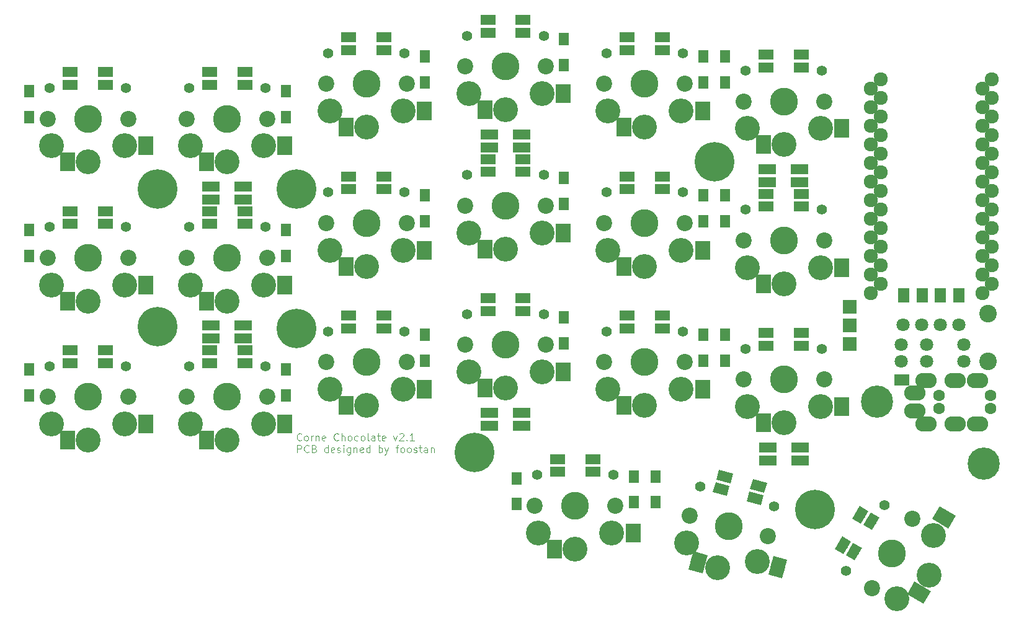
<source format=gbr>
G04 #@! TF.GenerationSoftware,KiCad,Pcbnew,(5.1.4)-1*
G04 #@! TF.CreationDate,2023-05-04T11:41:47-04:00*
G04 #@! TF.ProjectId,corne-chocolate,636f726e-652d-4636-986f-636f6c617465,2.1*
G04 #@! TF.SameCoordinates,Original*
G04 #@! TF.FileFunction,Soldermask,Top*
G04 #@! TF.FilePolarity,Negative*
%FSLAX46Y46*%
G04 Gerber Fmt 4.6, Leading zero omitted, Abs format (unit mm)*
G04 Created by KiCad (PCBNEW (5.1.4)-1) date 2023-05-04 11:41:47*
%MOMM*%
%LPD*%
G04 APERTURE LIST*
%ADD10C,0.125000*%
%ADD11C,2.200000*%
%ADD12C,3.800000*%
%ADD13C,3.400000*%
%ADD14C,2.000000*%
%ADD15C,0.100000*%
%ADD16C,1.400000*%
%ADD17R,2.000000X2.600000*%
%ADD18C,1.600000*%
%ADD19O,2.900000X2.100000*%
%ADD20R,2.400000X1.400000*%
%ADD21R,2.000000X1.400000*%
%ADD22C,1.924000*%
%ADD23R,1.350000X1.700000*%
%ADD24C,1.797000*%
%ADD25R,1.543000X1.035000*%
%ADD26R,1.924000X1.924000*%
%ADD27C,5.400000*%
%ADD28C,4.400000*%
%ADD29C,2.400000*%
%ADD30R,0.800000X0.800000*%
%ADD31R,1.000000X1.543000*%
G04 APERTURE END LIST*
D10*
X99140773Y-120994642D02*
X99093154Y-121042261D01*
X98950297Y-121089880D01*
X98855059Y-121089880D01*
X98712202Y-121042261D01*
X98616964Y-120947023D01*
X98569345Y-120851785D01*
X98521726Y-120661309D01*
X98521726Y-120518452D01*
X98569345Y-120327976D01*
X98616964Y-120232738D01*
X98712202Y-120137500D01*
X98855059Y-120089880D01*
X98950297Y-120089880D01*
X99093154Y-120137500D01*
X99140773Y-120185119D01*
X99712202Y-121089880D02*
X99616964Y-121042261D01*
X99569345Y-120994642D01*
X99521726Y-120899404D01*
X99521726Y-120613690D01*
X99569345Y-120518452D01*
X99616964Y-120470833D01*
X99712202Y-120423214D01*
X99855059Y-120423214D01*
X99950297Y-120470833D01*
X99997916Y-120518452D01*
X100045535Y-120613690D01*
X100045535Y-120899404D01*
X99997916Y-120994642D01*
X99950297Y-121042261D01*
X99855059Y-121089880D01*
X99712202Y-121089880D01*
X100474107Y-121089880D02*
X100474107Y-120423214D01*
X100474107Y-120613690D02*
X100521726Y-120518452D01*
X100569345Y-120470833D01*
X100664583Y-120423214D01*
X100759821Y-120423214D01*
X101093154Y-120423214D02*
X101093154Y-121089880D01*
X101093154Y-120518452D02*
X101140773Y-120470833D01*
X101236011Y-120423214D01*
X101378869Y-120423214D01*
X101474107Y-120470833D01*
X101521726Y-120566071D01*
X101521726Y-121089880D01*
X102378869Y-121042261D02*
X102283630Y-121089880D01*
X102093154Y-121089880D01*
X101997916Y-121042261D01*
X101950297Y-120947023D01*
X101950297Y-120566071D01*
X101997916Y-120470833D01*
X102093154Y-120423214D01*
X102283630Y-120423214D01*
X102378869Y-120470833D01*
X102426488Y-120566071D01*
X102426488Y-120661309D01*
X101950297Y-120756547D01*
X104188392Y-120994642D02*
X104140773Y-121042261D01*
X103997916Y-121089880D01*
X103902678Y-121089880D01*
X103759821Y-121042261D01*
X103664583Y-120947023D01*
X103616964Y-120851785D01*
X103569345Y-120661309D01*
X103569345Y-120518452D01*
X103616964Y-120327976D01*
X103664583Y-120232738D01*
X103759821Y-120137500D01*
X103902678Y-120089880D01*
X103997916Y-120089880D01*
X104140773Y-120137500D01*
X104188392Y-120185119D01*
X104616964Y-121089880D02*
X104616964Y-120089880D01*
X105045535Y-121089880D02*
X105045535Y-120566071D01*
X104997916Y-120470833D01*
X104902678Y-120423214D01*
X104759821Y-120423214D01*
X104664583Y-120470833D01*
X104616964Y-120518452D01*
X105664583Y-121089880D02*
X105569345Y-121042261D01*
X105521726Y-120994642D01*
X105474107Y-120899404D01*
X105474107Y-120613690D01*
X105521726Y-120518452D01*
X105569345Y-120470833D01*
X105664583Y-120423214D01*
X105807440Y-120423214D01*
X105902678Y-120470833D01*
X105950297Y-120518452D01*
X105997916Y-120613690D01*
X105997916Y-120899404D01*
X105950297Y-120994642D01*
X105902678Y-121042261D01*
X105807440Y-121089880D01*
X105664583Y-121089880D01*
X106855059Y-121042261D02*
X106759821Y-121089880D01*
X106569345Y-121089880D01*
X106474107Y-121042261D01*
X106426488Y-120994642D01*
X106378869Y-120899404D01*
X106378869Y-120613690D01*
X106426488Y-120518452D01*
X106474107Y-120470833D01*
X106569345Y-120423214D01*
X106759821Y-120423214D01*
X106855059Y-120470833D01*
X107426488Y-121089880D02*
X107331250Y-121042261D01*
X107283630Y-120994642D01*
X107236011Y-120899404D01*
X107236011Y-120613690D01*
X107283630Y-120518452D01*
X107331250Y-120470833D01*
X107426488Y-120423214D01*
X107569345Y-120423214D01*
X107664583Y-120470833D01*
X107712202Y-120518452D01*
X107759821Y-120613690D01*
X107759821Y-120899404D01*
X107712202Y-120994642D01*
X107664583Y-121042261D01*
X107569345Y-121089880D01*
X107426488Y-121089880D01*
X108331250Y-121089880D02*
X108236011Y-121042261D01*
X108188392Y-120947023D01*
X108188392Y-120089880D01*
X109140773Y-121089880D02*
X109140773Y-120566071D01*
X109093154Y-120470833D01*
X108997916Y-120423214D01*
X108807440Y-120423214D01*
X108712202Y-120470833D01*
X109140773Y-121042261D02*
X109045535Y-121089880D01*
X108807440Y-121089880D01*
X108712202Y-121042261D01*
X108664583Y-120947023D01*
X108664583Y-120851785D01*
X108712202Y-120756547D01*
X108807440Y-120708928D01*
X109045535Y-120708928D01*
X109140773Y-120661309D01*
X109474107Y-120423214D02*
X109855059Y-120423214D01*
X109616964Y-120089880D02*
X109616964Y-120947023D01*
X109664583Y-121042261D01*
X109759821Y-121089880D01*
X109855059Y-121089880D01*
X110569345Y-121042261D02*
X110474107Y-121089880D01*
X110283630Y-121089880D01*
X110188392Y-121042261D01*
X110140773Y-120947023D01*
X110140773Y-120566071D01*
X110188392Y-120470833D01*
X110283630Y-120423214D01*
X110474107Y-120423214D01*
X110569345Y-120470833D01*
X110616964Y-120566071D01*
X110616964Y-120661309D01*
X110140773Y-120756547D01*
X111712202Y-120423214D02*
X111950297Y-121089880D01*
X112188392Y-120423214D01*
X112521726Y-120185119D02*
X112569345Y-120137500D01*
X112664583Y-120089880D01*
X112902678Y-120089880D01*
X112997916Y-120137500D01*
X113045535Y-120185119D01*
X113093154Y-120280357D01*
X113093154Y-120375595D01*
X113045535Y-120518452D01*
X112474107Y-121089880D01*
X113093154Y-121089880D01*
X113521726Y-120994642D02*
X113569345Y-121042261D01*
X113521726Y-121089880D01*
X113474107Y-121042261D01*
X113521726Y-120994642D01*
X113521726Y-121089880D01*
X114521726Y-121089880D02*
X113950297Y-121089880D01*
X114236011Y-121089880D02*
X114236011Y-120089880D01*
X114140773Y-120232738D01*
X114045535Y-120327976D01*
X113950297Y-120375595D01*
X98569345Y-122714880D02*
X98569345Y-121714880D01*
X98950297Y-121714880D01*
X99045535Y-121762500D01*
X99093154Y-121810119D01*
X99140773Y-121905357D01*
X99140773Y-122048214D01*
X99093154Y-122143452D01*
X99045535Y-122191071D01*
X98950297Y-122238690D01*
X98569345Y-122238690D01*
X100140773Y-122619642D02*
X100093154Y-122667261D01*
X99950297Y-122714880D01*
X99855059Y-122714880D01*
X99712202Y-122667261D01*
X99616964Y-122572023D01*
X99569345Y-122476785D01*
X99521726Y-122286309D01*
X99521726Y-122143452D01*
X99569345Y-121952976D01*
X99616964Y-121857738D01*
X99712202Y-121762500D01*
X99855059Y-121714880D01*
X99950297Y-121714880D01*
X100093154Y-121762500D01*
X100140773Y-121810119D01*
X100902678Y-122191071D02*
X101045535Y-122238690D01*
X101093154Y-122286309D01*
X101140773Y-122381547D01*
X101140773Y-122524404D01*
X101093154Y-122619642D01*
X101045535Y-122667261D01*
X100950297Y-122714880D01*
X100569345Y-122714880D01*
X100569345Y-121714880D01*
X100902678Y-121714880D01*
X100997916Y-121762500D01*
X101045535Y-121810119D01*
X101093154Y-121905357D01*
X101093154Y-122000595D01*
X101045535Y-122095833D01*
X100997916Y-122143452D01*
X100902678Y-122191071D01*
X100569345Y-122191071D01*
X102759821Y-122714880D02*
X102759821Y-121714880D01*
X102759821Y-122667261D02*
X102664583Y-122714880D01*
X102474107Y-122714880D01*
X102378869Y-122667261D01*
X102331250Y-122619642D01*
X102283630Y-122524404D01*
X102283630Y-122238690D01*
X102331250Y-122143452D01*
X102378869Y-122095833D01*
X102474107Y-122048214D01*
X102664583Y-122048214D01*
X102759821Y-122095833D01*
X103616964Y-122667261D02*
X103521726Y-122714880D01*
X103331250Y-122714880D01*
X103236011Y-122667261D01*
X103188392Y-122572023D01*
X103188392Y-122191071D01*
X103236011Y-122095833D01*
X103331250Y-122048214D01*
X103521726Y-122048214D01*
X103616964Y-122095833D01*
X103664583Y-122191071D01*
X103664583Y-122286309D01*
X103188392Y-122381547D01*
X104045535Y-122667261D02*
X104140773Y-122714880D01*
X104331250Y-122714880D01*
X104426488Y-122667261D01*
X104474107Y-122572023D01*
X104474107Y-122524404D01*
X104426488Y-122429166D01*
X104331250Y-122381547D01*
X104188392Y-122381547D01*
X104093154Y-122333928D01*
X104045535Y-122238690D01*
X104045535Y-122191071D01*
X104093154Y-122095833D01*
X104188392Y-122048214D01*
X104331250Y-122048214D01*
X104426488Y-122095833D01*
X104902678Y-122714880D02*
X104902678Y-122048214D01*
X104902678Y-121714880D02*
X104855059Y-121762500D01*
X104902678Y-121810119D01*
X104950297Y-121762500D01*
X104902678Y-121714880D01*
X104902678Y-121810119D01*
X105807440Y-122048214D02*
X105807440Y-122857738D01*
X105759821Y-122952976D01*
X105712202Y-123000595D01*
X105616964Y-123048214D01*
X105474107Y-123048214D01*
X105378869Y-123000595D01*
X105807440Y-122667261D02*
X105712202Y-122714880D01*
X105521726Y-122714880D01*
X105426488Y-122667261D01*
X105378869Y-122619642D01*
X105331250Y-122524404D01*
X105331250Y-122238690D01*
X105378869Y-122143452D01*
X105426488Y-122095833D01*
X105521726Y-122048214D01*
X105712202Y-122048214D01*
X105807440Y-122095833D01*
X106283630Y-122048214D02*
X106283630Y-122714880D01*
X106283630Y-122143452D02*
X106331250Y-122095833D01*
X106426488Y-122048214D01*
X106569345Y-122048214D01*
X106664583Y-122095833D01*
X106712202Y-122191071D01*
X106712202Y-122714880D01*
X107569345Y-122667261D02*
X107474107Y-122714880D01*
X107283630Y-122714880D01*
X107188392Y-122667261D01*
X107140773Y-122572023D01*
X107140773Y-122191071D01*
X107188392Y-122095833D01*
X107283630Y-122048214D01*
X107474107Y-122048214D01*
X107569345Y-122095833D01*
X107616964Y-122191071D01*
X107616964Y-122286309D01*
X107140773Y-122381547D01*
X108474107Y-122714880D02*
X108474107Y-121714880D01*
X108474107Y-122667261D02*
X108378869Y-122714880D01*
X108188392Y-122714880D01*
X108093154Y-122667261D01*
X108045535Y-122619642D01*
X107997916Y-122524404D01*
X107997916Y-122238690D01*
X108045535Y-122143452D01*
X108093154Y-122095833D01*
X108188392Y-122048214D01*
X108378869Y-122048214D01*
X108474107Y-122095833D01*
X109712202Y-122714880D02*
X109712202Y-121714880D01*
X109712202Y-122095833D02*
X109807440Y-122048214D01*
X109997916Y-122048214D01*
X110093154Y-122095833D01*
X110140773Y-122143452D01*
X110188392Y-122238690D01*
X110188392Y-122524404D01*
X110140773Y-122619642D01*
X110093154Y-122667261D01*
X109997916Y-122714880D01*
X109807440Y-122714880D01*
X109712202Y-122667261D01*
X110521726Y-122048214D02*
X110759821Y-122714880D01*
X110997916Y-122048214D02*
X110759821Y-122714880D01*
X110664583Y-122952976D01*
X110616964Y-123000595D01*
X110521726Y-123048214D01*
X111997916Y-122048214D02*
X112378869Y-122048214D01*
X112140773Y-122714880D02*
X112140773Y-121857738D01*
X112188392Y-121762500D01*
X112283630Y-121714880D01*
X112378869Y-121714880D01*
X112855059Y-122714880D02*
X112759821Y-122667261D01*
X112712202Y-122619642D01*
X112664583Y-122524404D01*
X112664583Y-122238690D01*
X112712202Y-122143452D01*
X112759821Y-122095833D01*
X112855059Y-122048214D01*
X112997916Y-122048214D01*
X113093154Y-122095833D01*
X113140773Y-122143452D01*
X113188392Y-122238690D01*
X113188392Y-122524404D01*
X113140773Y-122619642D01*
X113093154Y-122667261D01*
X112997916Y-122714880D01*
X112855059Y-122714880D01*
X113759821Y-122714880D02*
X113664583Y-122667261D01*
X113616964Y-122619642D01*
X113569345Y-122524404D01*
X113569345Y-122238690D01*
X113616964Y-122143452D01*
X113664583Y-122095833D01*
X113759821Y-122048214D01*
X113902678Y-122048214D01*
X113997916Y-122095833D01*
X114045535Y-122143452D01*
X114093154Y-122238690D01*
X114093154Y-122524404D01*
X114045535Y-122619642D01*
X113997916Y-122667261D01*
X113902678Y-122714880D01*
X113759821Y-122714880D01*
X114474107Y-122667261D02*
X114569345Y-122714880D01*
X114759821Y-122714880D01*
X114855059Y-122667261D01*
X114902678Y-122572023D01*
X114902678Y-122524404D01*
X114855059Y-122429166D01*
X114759821Y-122381547D01*
X114616964Y-122381547D01*
X114521726Y-122333928D01*
X114474107Y-122238690D01*
X114474107Y-122191071D01*
X114521726Y-122095833D01*
X114616964Y-122048214D01*
X114759821Y-122048214D01*
X114855059Y-122095833D01*
X115188392Y-122048214D02*
X115569345Y-122048214D01*
X115331250Y-121714880D02*
X115331250Y-122572023D01*
X115378869Y-122667261D01*
X115474107Y-122714880D01*
X115569345Y-122714880D01*
X116331250Y-122714880D02*
X116331250Y-122191071D01*
X116283630Y-122095833D01*
X116188392Y-122048214D01*
X115997916Y-122048214D01*
X115902678Y-122095833D01*
X116331250Y-122667261D02*
X116236011Y-122714880D01*
X115997916Y-122714880D01*
X115902678Y-122667261D01*
X115855059Y-122572023D01*
X115855059Y-122476785D01*
X115902678Y-122381547D01*
X115997916Y-122333928D01*
X116236011Y-122333928D01*
X116331250Y-122286309D01*
X116807440Y-122048214D02*
X116807440Y-122714880D01*
X116807440Y-122143452D02*
X116855059Y-122095833D01*
X116950297Y-122048214D01*
X117093154Y-122048214D01*
X117188392Y-122095833D01*
X117236011Y-122191071D01*
X117236011Y-122714880D01*
D11*
X182500000Y-131736860D03*
X177000000Y-141263140D03*
D12*
X179750000Y-136500000D03*
D13*
X184859550Y-139450000D03*
X180454294Y-142680127D03*
D14*
X186854294Y-131595002D03*
D15*
G36*
X186228461Y-130078977D02*
G01*
X188480127Y-131378977D01*
X187480127Y-133111027D01*
X185228461Y-131811027D01*
X186228461Y-130078977D01*
X186228461Y-130078977D01*
G37*
D14*
X183459550Y-141874871D03*
D15*
G36*
X182833717Y-140358846D02*
G01*
X185085383Y-141658846D01*
X184085383Y-143390896D01*
X181833717Y-142090896D01*
X182833717Y-140358846D01*
X182833717Y-140358846D01*
G37*
D13*
X185454294Y-134019873D03*
D16*
X173502693Y-138920653D03*
X178722693Y-129879347D03*
D11*
X75500000Y-77125000D03*
X64500000Y-77125000D03*
D12*
X70000000Y-77125000D03*
D13*
X70000000Y-83025000D03*
X65000000Y-80825000D03*
D17*
X77900000Y-80825000D03*
X67200000Y-83025000D03*
D13*
X75000000Y-80825000D03*
D16*
X64780000Y-72925000D03*
X75220000Y-72925000D03*
D11*
X162812592Y-134173505D03*
X152187408Y-131326495D03*
D12*
X157500000Y-132750000D03*
D13*
X155972968Y-138448962D03*
X151712740Y-135029830D03*
D14*
X164173184Y-138368596D03*
D15*
G36*
X165475575Y-137371711D02*
G01*
X164802645Y-139883119D01*
X162870793Y-139365481D01*
X163543723Y-136854073D01*
X165475575Y-137371711D01*
X165475575Y-137371711D01*
G37*
D14*
X153268375Y-137724269D03*
D15*
G36*
X154570766Y-136727384D02*
G01*
X153897836Y-139238792D01*
X151965984Y-138721154D01*
X152638914Y-136209746D01*
X154570766Y-136727384D01*
X154570766Y-136727384D01*
G37*
D13*
X161371999Y-137618021D03*
D16*
X153544907Y-127342076D03*
X163629173Y-130044147D03*
D11*
X151500000Y-91375000D03*
X140500000Y-91375000D03*
D12*
X146000000Y-91375000D03*
D13*
X146000000Y-97275000D03*
X141000000Y-95075000D03*
D17*
X153900000Y-95075000D03*
X143200000Y-97275000D03*
D13*
X151000000Y-95075000D03*
D16*
X140780000Y-87175000D03*
X151220000Y-87175000D03*
D11*
X170500000Y-112750000D03*
X159500000Y-112750000D03*
D12*
X165000000Y-112750000D03*
D13*
X165000000Y-118650000D03*
X160000000Y-116450000D03*
D17*
X172900000Y-116450000D03*
X162200000Y-118650000D03*
D13*
X170000000Y-116450000D03*
D16*
X159780000Y-108550000D03*
X170220000Y-108550000D03*
D11*
X170500000Y-93750000D03*
X159500000Y-93750000D03*
D12*
X165000000Y-93750000D03*
D13*
X165000000Y-99650000D03*
X160000000Y-97450000D03*
D17*
X172900000Y-97450000D03*
X162200000Y-99650000D03*
D13*
X170000000Y-97450000D03*
D16*
X159780000Y-89550000D03*
X170220000Y-89550000D03*
D11*
X170500000Y-74750000D03*
X159500000Y-74750000D03*
D12*
X165000000Y-74750000D03*
D13*
X165000000Y-80650000D03*
X160000000Y-78450000D03*
D17*
X172900000Y-78450000D03*
X162200000Y-80650000D03*
D13*
X170000000Y-78450000D03*
D16*
X159780000Y-70550000D03*
X170220000Y-70550000D03*
D11*
X151500000Y-72375000D03*
X140500000Y-72375000D03*
D12*
X146000000Y-72375000D03*
D13*
X146000000Y-78275000D03*
X141000000Y-76075000D03*
D17*
X153900000Y-76075000D03*
X143200000Y-78275000D03*
D13*
X151000000Y-76075000D03*
D16*
X140780000Y-68175000D03*
X151220000Y-68175000D03*
D11*
X113500000Y-110375000D03*
X102500000Y-110375000D03*
D12*
X108000000Y-110375000D03*
D13*
X108000000Y-116275000D03*
X103000000Y-114075000D03*
D17*
X115900000Y-114075000D03*
X105200000Y-116275000D03*
D13*
X113000000Y-114075000D03*
D16*
X102780000Y-106175000D03*
X113220000Y-106175000D03*
D11*
X132500000Y-89000000D03*
X121500000Y-89000000D03*
D12*
X127000000Y-89000000D03*
D13*
X127000000Y-94900000D03*
X122000000Y-92700000D03*
D17*
X134900000Y-92700000D03*
X124200000Y-94900000D03*
D13*
X132000000Y-92700000D03*
D16*
X121780000Y-84800000D03*
X132220000Y-84800000D03*
D11*
X113500000Y-72375000D03*
X102500000Y-72375000D03*
D12*
X108000000Y-72375000D03*
D13*
X108000000Y-78275000D03*
X103000000Y-76075000D03*
D17*
X115900000Y-76075000D03*
X105200000Y-78275000D03*
D13*
X113000000Y-76075000D03*
D16*
X102780000Y-68175000D03*
X113220000Y-68175000D03*
D11*
X94500000Y-115125000D03*
X83500000Y-115125000D03*
D12*
X89000000Y-115125000D03*
D13*
X89000000Y-121025000D03*
X84000000Y-118825000D03*
D17*
X96900000Y-118825000D03*
X86200000Y-121025000D03*
D13*
X94000000Y-118825000D03*
D16*
X83780000Y-110925000D03*
X94220000Y-110925000D03*
D11*
X94500000Y-77125000D03*
X83500000Y-77125000D03*
D12*
X89000000Y-77125000D03*
D13*
X89000000Y-83025000D03*
X84000000Y-80825000D03*
D17*
X96900000Y-80825000D03*
X86200000Y-83025000D03*
D13*
X94000000Y-80825000D03*
D16*
X83780000Y-72925000D03*
X94220000Y-72925000D03*
D11*
X151500000Y-110375000D03*
X140500000Y-110375000D03*
D12*
X146000000Y-110375000D03*
D13*
X146000000Y-116275000D03*
X141000000Y-114075000D03*
D17*
X153900000Y-114075000D03*
X143200000Y-116275000D03*
D13*
X151000000Y-114075000D03*
D16*
X140780000Y-106175000D03*
X151220000Y-106175000D03*
D11*
X132500000Y-70000000D03*
X121500000Y-70000000D03*
D12*
X127000000Y-70000000D03*
D13*
X127000000Y-75900000D03*
X122000000Y-73700000D03*
D17*
X134900000Y-73700000D03*
X124200000Y-75900000D03*
D13*
X132000000Y-73700000D03*
D16*
X121780000Y-65800000D03*
X132220000Y-65800000D03*
D11*
X132500000Y-108000000D03*
X121500000Y-108000000D03*
D12*
X127000000Y-108000000D03*
D13*
X127000000Y-113900000D03*
X122000000Y-111700000D03*
D17*
X134900000Y-111700000D03*
X124200000Y-113900000D03*
D13*
X132000000Y-111700000D03*
D16*
X121780000Y-103800000D03*
X132220000Y-103800000D03*
D11*
X142000000Y-130000000D03*
X131000000Y-130000000D03*
D12*
X136500000Y-130000000D03*
D13*
X136500000Y-135900000D03*
X131500000Y-133700000D03*
D17*
X144400000Y-133700000D03*
X133700000Y-135900000D03*
D13*
X141500000Y-133700000D03*
D16*
X131280000Y-125800000D03*
X141720000Y-125800000D03*
D11*
X75500000Y-115125000D03*
X64500000Y-115125000D03*
D12*
X70000000Y-115125000D03*
D13*
X70000000Y-121025000D03*
X65000000Y-118825000D03*
D17*
X77900000Y-118825000D03*
X67200000Y-121025000D03*
D13*
X75000000Y-118825000D03*
D16*
X64780000Y-110925000D03*
X75220000Y-110925000D03*
D11*
X113500000Y-91375000D03*
X102500000Y-91375000D03*
D12*
X108000000Y-91375000D03*
D13*
X108000000Y-97275000D03*
X103000000Y-95075000D03*
D17*
X115900000Y-95075000D03*
X105200000Y-97275000D03*
D13*
X113000000Y-95075000D03*
D16*
X102780000Y-87175000D03*
X113220000Y-87175000D03*
D11*
X94500000Y-96125000D03*
X83500000Y-96125000D03*
D12*
X89000000Y-96125000D03*
D13*
X89000000Y-102025000D03*
X84000000Y-99825000D03*
D17*
X96900000Y-99825000D03*
X86200000Y-102025000D03*
D13*
X94000000Y-99825000D03*
D16*
X83780000Y-91925000D03*
X94220000Y-91925000D03*
D11*
X75500000Y-96125000D03*
X64500000Y-96125000D03*
D12*
X70000000Y-96125000D03*
D13*
X70000000Y-102025000D03*
X65000000Y-99825000D03*
D17*
X77900000Y-99825000D03*
X67200000Y-102025000D03*
D13*
X75000000Y-99825000D03*
D16*
X64780000Y-91925000D03*
X75220000Y-91925000D03*
D18*
X186200000Y-114950000D03*
X193200000Y-114950000D03*
D19*
X184400000Y-112850000D03*
X182900000Y-117050000D03*
X191400000Y-112850000D03*
X188400000Y-112850000D03*
D18*
X193200000Y-116700000D03*
X186200000Y-116700000D03*
D19*
X191400000Y-118800000D03*
X188400000Y-118800000D03*
X184400000Y-118800000D03*
X182900000Y-114600000D03*
D20*
X162810000Y-123795000D03*
X162810000Y-122045000D03*
X167210000Y-123795000D03*
X167210000Y-122045000D03*
X167170000Y-84005000D03*
X167170000Y-85755000D03*
X162770000Y-84005000D03*
X162770000Y-85755000D03*
X129220000Y-79285000D03*
X129220000Y-81035000D03*
X124820000Y-79285000D03*
X124820000Y-81035000D03*
X91200000Y-86375000D03*
X91200000Y-88125000D03*
X86800000Y-86375000D03*
X86800000Y-88125000D03*
X86800000Y-107115000D03*
X86800000Y-105365000D03*
X91200000Y-107115000D03*
X91200000Y-105365000D03*
X124790000Y-119045000D03*
X124790000Y-117295000D03*
X129190000Y-119045000D03*
X129190000Y-117295000D03*
D16*
X176957772Y-132109039D03*
D15*
G36*
X176851554Y-130893014D02*
G01*
X178063990Y-131593014D01*
X177063990Y-133325064D01*
X175851554Y-132625064D01*
X176851554Y-130893014D01*
X176851554Y-130893014D01*
G37*
D16*
X175442228Y-131234039D03*
D15*
G36*
X175336010Y-130018014D02*
G01*
X176548446Y-130718014D01*
X175548446Y-132450064D01*
X174336010Y-131750064D01*
X175336010Y-130018014D01*
X175336010Y-130018014D01*
G37*
D16*
X174557772Y-136265961D03*
D15*
G36*
X174451554Y-135049936D02*
G01*
X175663990Y-135749936D01*
X174663990Y-137481986D01*
X173451554Y-136781986D01*
X174451554Y-135049936D01*
X174451554Y-135049936D01*
G37*
D16*
X173042228Y-135390961D03*
D15*
G36*
X172936010Y-134174936D02*
G01*
X174148446Y-134874936D01*
X173148446Y-136606986D01*
X171936010Y-135906986D01*
X172936010Y-134174936D01*
X172936010Y-134174936D01*
G37*
D16*
X156908245Y-126033649D03*
D15*
G36*
X155761146Y-126450978D02*
G01*
X156123493Y-125098682D01*
X158055344Y-125616320D01*
X157692997Y-126968616D01*
X155761146Y-126450978D01*
X155761146Y-126450978D01*
G37*
D16*
X156455311Y-127724019D03*
D15*
G36*
X155308212Y-128141348D02*
G01*
X155670559Y-126789052D01*
X157602410Y-127306690D01*
X157240063Y-128658986D01*
X155308212Y-128141348D01*
X155308212Y-128141348D01*
G37*
D16*
X161544689Y-127275981D03*
D15*
G36*
X160397590Y-127693310D02*
G01*
X160759937Y-126341014D01*
X162691788Y-126858652D01*
X162329441Y-128210948D01*
X160397590Y-127693310D01*
X160397590Y-127693310D01*
G37*
D16*
X161091755Y-128966351D03*
D15*
G36*
X159944656Y-129383680D02*
G01*
X160307003Y-128031384D01*
X162238854Y-128549022D01*
X161876507Y-129901318D01*
X159944656Y-129383680D01*
X159944656Y-129383680D01*
G37*
D21*
X134100000Y-123625000D03*
X134100000Y-125375000D03*
X138900000Y-123625000D03*
X138900000Y-125375000D03*
X162600000Y-106375000D03*
X162600000Y-108125000D03*
X167400000Y-106375000D03*
X167400000Y-108125000D03*
X143600000Y-104000000D03*
X143600000Y-105750000D03*
X148400000Y-104000000D03*
X148400000Y-105750000D03*
X124600000Y-101625000D03*
X124600000Y-103375000D03*
X129400000Y-101625000D03*
X129400000Y-103375000D03*
X105600000Y-104000000D03*
X105600000Y-105750000D03*
X110400000Y-104000000D03*
X110400000Y-105750000D03*
X86600000Y-108750000D03*
X86600000Y-110500000D03*
X91400000Y-108750000D03*
X91400000Y-110500000D03*
X67600000Y-108750000D03*
X67600000Y-110500000D03*
X72400000Y-108750000D03*
X72400000Y-110500000D03*
X162600000Y-87375000D03*
X162600000Y-89125000D03*
X167400000Y-87375000D03*
X167400000Y-89125000D03*
X143600000Y-85000000D03*
X143600000Y-86750000D03*
X148400000Y-85000000D03*
X148400000Y-86750000D03*
X124600000Y-82625000D03*
X124600000Y-84375000D03*
X129400000Y-82625000D03*
X129400000Y-84375000D03*
X105600000Y-85000000D03*
X105600000Y-86750000D03*
X110400000Y-85000000D03*
X110400000Y-86750000D03*
X86600000Y-89750000D03*
X86600000Y-91500000D03*
X91400000Y-89750000D03*
X91400000Y-91500000D03*
X67600000Y-89750000D03*
X67600000Y-91500000D03*
X72400000Y-89750000D03*
X72400000Y-91500000D03*
X162600000Y-68375000D03*
X162600000Y-70125000D03*
X167400000Y-68375000D03*
X167400000Y-70125000D03*
X143600000Y-66000000D03*
X143600000Y-67750000D03*
X148400000Y-66000000D03*
X148400000Y-67750000D03*
X124600000Y-63625000D03*
X124600000Y-65375000D03*
X129400000Y-63625000D03*
X129400000Y-65375000D03*
X105600000Y-66000000D03*
X105600000Y-67750000D03*
X110400000Y-66000000D03*
X110400000Y-67750000D03*
X86600000Y-70750000D03*
X86600000Y-72500000D03*
X91400000Y-70750000D03*
X91400000Y-72500000D03*
X67600000Y-70750000D03*
X67600000Y-72500000D03*
X72400000Y-70750000D03*
X72400000Y-72500000D03*
D22*
X192100000Y-73042000D03*
X192100000Y-75582000D03*
X192100000Y-78122000D03*
X192100000Y-80662000D03*
X192100000Y-83202000D03*
X192100000Y-85742000D03*
X192100000Y-88282000D03*
X192100000Y-90822000D03*
X192100000Y-93362000D03*
X192100000Y-95902000D03*
X192100000Y-98442000D03*
X192100000Y-100982000D03*
X176860000Y-100982000D03*
X176860000Y-98442000D03*
X176860000Y-95902000D03*
X176860000Y-93362000D03*
X176860000Y-90822000D03*
X176860000Y-88282000D03*
X176860000Y-85742000D03*
X176860000Y-83202000D03*
X176860000Y-80662000D03*
X176860000Y-78122000D03*
X176860000Y-75582000D03*
X176860000Y-73042000D03*
X193406400Y-71772000D03*
X193406400Y-74312000D03*
X193406400Y-76852000D03*
X193406400Y-79392000D03*
X193406400Y-81932000D03*
X193406400Y-84472000D03*
X193406400Y-87012000D03*
X193406400Y-89552000D03*
X193406400Y-92092000D03*
X193406400Y-94632000D03*
X193406400Y-97172000D03*
X193406400Y-99712000D03*
X178186400Y-99712000D03*
X178186400Y-97172000D03*
X178186400Y-94632000D03*
X178186400Y-92092000D03*
X178186400Y-89552000D03*
X178186400Y-87012000D03*
X178186400Y-84472000D03*
X178186400Y-81932000D03*
X178186400Y-79392000D03*
X178186400Y-76852000D03*
X178186400Y-74312000D03*
X178186400Y-71772000D03*
D23*
X154000000Y-72150000D03*
X154000000Y-68600000D03*
X62000000Y-76900000D03*
X62000000Y-73350000D03*
X97000000Y-76900000D03*
X97000000Y-73350000D03*
X116000000Y-72150000D03*
X116000000Y-68600000D03*
X135000000Y-69775000D03*
X135000000Y-66225000D03*
X157000000Y-72150000D03*
X157000000Y-68600000D03*
X62000000Y-95900000D03*
X62000000Y-92350000D03*
X97000000Y-95900000D03*
X97000000Y-92350000D03*
X116000000Y-91150000D03*
X116000000Y-87600000D03*
X135000000Y-88775000D03*
X135000000Y-85225000D03*
X154000000Y-91150000D03*
X154000000Y-87600000D03*
X157000000Y-91150000D03*
X157000000Y-87600000D03*
X62000000Y-114900000D03*
X62000000Y-111350000D03*
X97000000Y-114900000D03*
X97000000Y-111350000D03*
X116000000Y-110150000D03*
X116000000Y-106600000D03*
X135000000Y-107775000D03*
X135000000Y-104225000D03*
X157000000Y-110150000D03*
X157000000Y-106600000D03*
X128500000Y-129775000D03*
X128500000Y-126225000D03*
X144500000Y-129525000D03*
X144500000Y-125975000D03*
X147500000Y-129525000D03*
X147500000Y-125975000D03*
X154000000Y-110150000D03*
X154000000Y-106600000D03*
D24*
X189540000Y-108000000D03*
X184460000Y-108000000D03*
X189540000Y-110300000D03*
X184460000Y-110300000D03*
D25*
X188875000Y-100749620D03*
X188875000Y-101750380D03*
X186375000Y-100749620D03*
X186375000Y-101750380D03*
X183875000Y-100749620D03*
X183875000Y-101750380D03*
X181375000Y-100749620D03*
X181375000Y-101750380D03*
D26*
X174000000Y-102820000D03*
X174000000Y-105360000D03*
X174000000Y-107900000D03*
D24*
X181300000Y-105300000D03*
X183840000Y-105300000D03*
X186380000Y-105300000D03*
X188920000Y-105300000D03*
D27*
X79500000Y-105500000D03*
D28*
X177750000Y-115750000D03*
X192250000Y-124250000D03*
D27*
X79500000Y-86750000D03*
X98500000Y-86750000D03*
X98500000Y-105750000D03*
X155500000Y-83000000D03*
X122750000Y-122750000D03*
X169250000Y-130500000D03*
D24*
X181000000Y-108000000D03*
X181000000Y-110300000D03*
D29*
X192900000Y-103750000D03*
X192900000Y-110250000D03*
D30*
X181100000Y-112800000D03*
D31*
X180600000Y-112800000D03*
X181600000Y-112800000D03*
M02*

</source>
